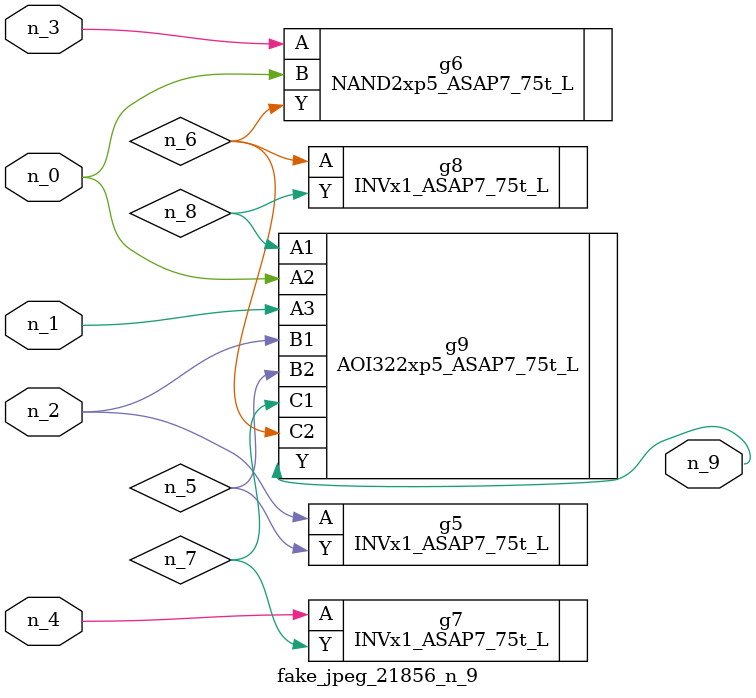
<source format=v>
module fake_jpeg_21856_n_9 (n_3, n_2, n_1, n_0, n_4, n_9);

input n_3;
input n_2;
input n_1;
input n_0;
input n_4;

output n_9;

wire n_8;
wire n_6;
wire n_5;
wire n_7;

INVx1_ASAP7_75t_L g5 ( 
.A(n_2),
.Y(n_5)
);

NAND2xp5_ASAP7_75t_L g6 ( 
.A(n_3),
.B(n_0),
.Y(n_6)
);

INVx1_ASAP7_75t_L g7 ( 
.A(n_4),
.Y(n_7)
);

INVx1_ASAP7_75t_L g8 ( 
.A(n_6),
.Y(n_8)
);

AOI322xp5_ASAP7_75t_L g9 ( 
.A1(n_8),
.A2(n_0),
.A3(n_1),
.B1(n_2),
.B2(n_5),
.C1(n_7),
.C2(n_6),
.Y(n_9)
);


endmodule
</source>
